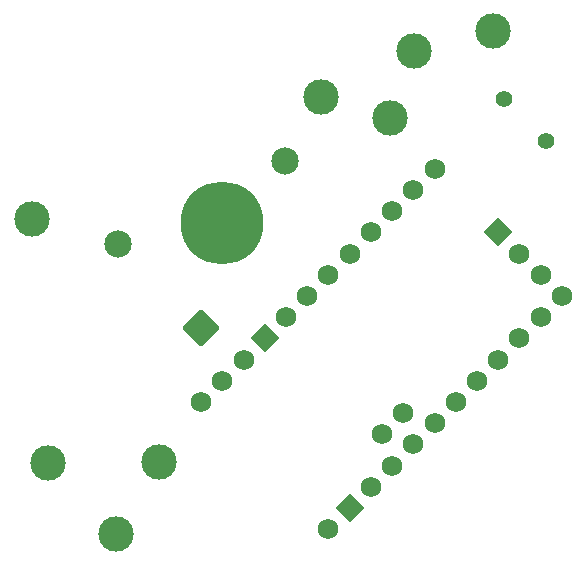
<source format=gbr>
%TF.GenerationSoftware,KiCad,Pcbnew,7.0.6*%
%TF.CreationDate,2024-08-01T17:58:24-04:00*%
%TF.ProjectId,Arduino_Motor_Shield,41726475-696e-46f5-9f4d-6f746f725f53,rev?*%
%TF.SameCoordinates,Original*%
%TF.FileFunction,Soldermask,Bot*%
%TF.FilePolarity,Negative*%
%FSLAX46Y46*%
G04 Gerber Fmt 4.6, Leading zero omitted, Abs format (unit mm)*
G04 Created by KiCad (PCBNEW 7.0.6) date 2024-08-01 17:58:24*
%MOMM*%
%LPD*%
G01*
G04 APERTURE LIST*
G04 Aperture macros list*
%AMRoundRect*
0 Rectangle with rounded corners*
0 $1 Rounding radius*
0 $2 $3 $4 $5 $6 $7 $8 $9 X,Y pos of 4 corners*
0 Add a 4 corners polygon primitive as box body*
4,1,4,$2,$3,$4,$5,$6,$7,$8,$9,$2,$3,0*
0 Add four circle primitives for the rounded corners*
1,1,$1+$1,$2,$3*
1,1,$1+$1,$4,$5*
1,1,$1+$1,$6,$7*
1,1,$1+$1,$8,$9*
0 Add four rect primitives between the rounded corners*
20,1,$1+$1,$2,$3,$4,$5,0*
20,1,$1+$1,$4,$5,$6,$7,0*
20,1,$1+$1,$6,$7,$8,$9,0*
20,1,$1+$1,$8,$9,$2,$3,0*%
%AMHorizOval*
0 Thick line with rounded ends*
0 $1 width*
0 $2 $3 position (X,Y) of the first rounded end (center of the circle)*
0 $4 $5 position (X,Y) of the second rounded end (center of the circle)*
0 Add line between two ends*
20,1,$1,$2,$3,$4,$5,0*
0 Add two circle primitives to create the rounded ends*
1,1,$1,$2,$3*
1,1,$1,$4,$5*%
%AMRotRect*
0 Rectangle, with rotation*
0 The origin of the aperture is its center*
0 $1 length*
0 $2 width*
0 $3 Rotation angle, in degrees counterclockwise*
0 Add horizontal line*
21,1,$1,$2,0,0,$3*%
G04 Aperture macros list end*
%ADD10C,3.000000*%
%ADD11C,1.400000*%
%ADD12HorizOval,1.400000X0.000000X0.000000X0.000000X0.000000X0*%
%ADD13C,1.727200*%
%ADD14RotRect,1.727200X1.727200X315.000000*%
%ADD15C,7.000000*%
%ADD16RoundRect,0.102000X1.484924X0.000000X0.000000X1.484924X-1.484924X0.000000X0.000000X-1.484924X0*%
%ADD17C,2.304000*%
G04 APERTURE END LIST*
D10*
%TO.C,H2*%
X121793000Y-78539500D03*
%TD*%
D11*
%TO.C,R6*%
X165372051Y-71900051D03*
D12*
X161779949Y-68307949D03*
%TD*%
D10*
%TO.C,H1*%
X128905000Y-105156000D03*
%TD*%
%TO.C,H6*%
X152146000Y-69977000D03*
%TD*%
%TO.C,H7*%
X146304000Y-68199000D03*
%TD*%
%TO.C,H4*%
X132587998Y-99060000D03*
%TD*%
%TO.C,H5*%
X160875421Y-62614618D03*
%TD*%
%TO.C,H3*%
X123189998Y-99186998D03*
%TD*%
%TO.C,H8*%
X154178000Y-64262000D03*
%TD*%
D13*
%TO.C,A1*%
X159493949Y-92201358D03*
X157697898Y-93997409D03*
X155901847Y-95793461D03*
X154105795Y-97589512D03*
X153207770Y-94895435D03*
X151411719Y-96691486D03*
X163086052Y-81425051D03*
X164882103Y-83221102D03*
X137941334Y-92201358D03*
X136145283Y-93997409D03*
X143329488Y-86813205D03*
X145125539Y-85017153D03*
X146921591Y-83221102D03*
X148717642Y-81425051D03*
X150513693Y-79629000D03*
X152309744Y-77832948D03*
X154105795Y-76036897D03*
X155901847Y-74240846D03*
X166678154Y-85017153D03*
X164882103Y-86813205D03*
X163086052Y-88609256D03*
X161290000Y-90405307D03*
D14*
X141533437Y-88609256D03*
X148717642Y-102977666D03*
X161290000Y-79629000D03*
D13*
X146921591Y-104773717D03*
X139737386Y-90405307D03*
X150513693Y-101181614D03*
X152309744Y-99385563D03*
%TD*%
D15*
%TO.C,R1*%
X137922000Y-78867000D03*
D16*
X136154233Y-87705835D03*
D17*
X129083165Y-80634767D03*
X143225301Y-73563699D03*
%TD*%
M02*

</source>
